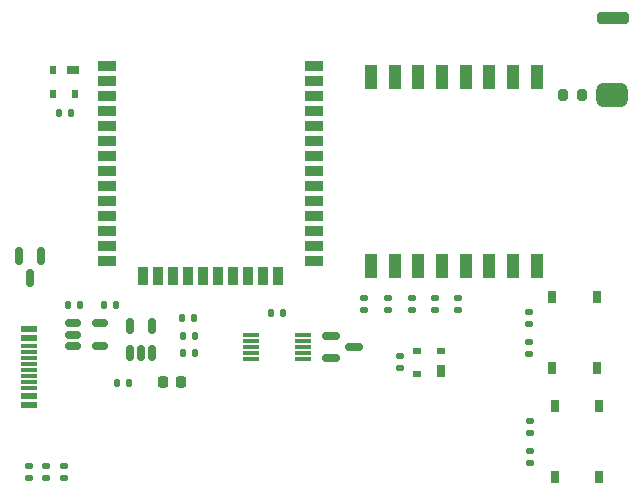
<source format=gtp>
G04 #@! TF.GenerationSoftware,KiCad,Pcbnew,(7.0.0-0)*
G04 #@! TF.CreationDate,2023-03-01T12:49:35+00:00*
G04 #@! TF.ProjectId,winch-link,77696e63-682d-46c6-996e-6b2e6b696361,rev?*
G04 #@! TF.SameCoordinates,Original*
G04 #@! TF.FileFunction,Paste,Top*
G04 #@! TF.FilePolarity,Positive*
%FSLAX46Y46*%
G04 Gerber Fmt 4.6, Leading zero omitted, Abs format (unit mm)*
G04 Created by KiCad (PCBNEW (7.0.0-0)) date 2023-03-01 12:49:35*
%MOMM*%
%LPD*%
G01*
G04 APERTURE LIST*
G04 Aperture macros list*
%AMRoundRect*
0 Rectangle with rounded corners*
0 $1 Rounding radius*
0 $2 $3 $4 $5 $6 $7 $8 $9 X,Y pos of 4 corners*
0 Add a 4 corners polygon primitive as box body*
4,1,4,$2,$3,$4,$5,$6,$7,$8,$9,$2,$3,0*
0 Add four circle primitives for the rounded corners*
1,1,$1+$1,$2,$3*
1,1,$1+$1,$4,$5*
1,1,$1+$1,$6,$7*
1,1,$1+$1,$8,$9*
0 Add four rect primitives between the rounded corners*
20,1,$1+$1,$2,$3,$4,$5,0*
20,1,$1+$1,$4,$5,$6,$7,0*
20,1,$1+$1,$6,$7,$8,$9,0*
20,1,$1+$1,$8,$9,$2,$3,0*%
G04 Aperture macros list end*
%ADD10R,1.000000X2.000000*%
%ADD11R,1.400000X0.300000*%
%ADD12RoundRect,0.135000X-0.185000X0.135000X-0.185000X-0.135000X0.185000X-0.135000X0.185000X0.135000X0*%
%ADD13RoundRect,0.135000X0.185000X-0.135000X0.185000X0.135000X-0.185000X0.135000X-0.185000X-0.135000X0*%
%ADD14RoundRect,0.248355X-1.108073X-0.248355X1.108073X-0.248355X1.108073X0.248355X-1.108073X0.248355X0*%
%ADD15RoundRect,0.500000X-0.821500X-0.500000X0.821500X-0.500000X0.821500X0.500000X-0.821500X0.500000X0*%
%ADD16RoundRect,0.135000X0.135000X0.185000X-0.135000X0.185000X-0.135000X-0.185000X0.135000X-0.185000X0*%
%ADD17R,0.750000X1.000000*%
%ADD18R,0.700000X1.000000*%
%ADD19R,0.700000X0.600000*%
%ADD20RoundRect,0.218750X-0.218750X-0.256250X0.218750X-0.256250X0.218750X0.256250X-0.218750X0.256250X0*%
%ADD21RoundRect,0.135000X-0.135000X-0.185000X0.135000X-0.185000X0.135000X0.185000X-0.135000X0.185000X0*%
%ADD22R,1.500000X0.900000*%
%ADD23R,0.900000X1.500000*%
%ADD24RoundRect,0.200000X-0.200000X-0.275000X0.200000X-0.275000X0.200000X0.275000X-0.200000X0.275000X0*%
%ADD25RoundRect,0.150000X0.150000X-0.512500X0.150000X0.512500X-0.150000X0.512500X-0.150000X-0.512500X0*%
%ADD26RoundRect,0.150000X-0.512500X-0.150000X0.512500X-0.150000X0.512500X0.150000X-0.512500X0.150000X0*%
%ADD27RoundRect,0.150000X-0.150000X0.587500X-0.150000X-0.587500X0.150000X-0.587500X0.150000X0.587500X0*%
%ADD28R,1.000000X0.700000*%
%ADD29R,0.600000X0.700000*%
%ADD30R,1.450000X0.600000*%
%ADD31R,1.450000X0.300000*%
%ADD32RoundRect,0.150000X-0.587500X-0.150000X0.587500X-0.150000X0.587500X0.150000X-0.587500X0.150000X0*%
G04 APERTURE END LIST*
D10*
X144378679Y-107428576D03*
X146378679Y-107428576D03*
X148378679Y-107428576D03*
X150378679Y-107428576D03*
X152378679Y-107428576D03*
X154378679Y-107428576D03*
X156378679Y-107428576D03*
X158378679Y-107428576D03*
X158378679Y-91428576D03*
X156378679Y-91428576D03*
X154378679Y-91428576D03*
X152378679Y-91428576D03*
X150378679Y-91428576D03*
X148378679Y-91428576D03*
X146378679Y-91428576D03*
X144378679Y-91428576D03*
D11*
X134184278Y-113281035D03*
X134184278Y-113781035D03*
X134184278Y-114281035D03*
X134184278Y-114781035D03*
X134184278Y-115281035D03*
X138584278Y-115281035D03*
X138584278Y-114781035D03*
X138584278Y-114281035D03*
X138584278Y-113781035D03*
X138584278Y-113281035D03*
D12*
X151738967Y-110155922D03*
X151738967Y-111175922D03*
D13*
X147804194Y-111175922D03*
X147804194Y-110155922D03*
X157814302Y-124105439D03*
X157814302Y-123085439D03*
X157814302Y-121605439D03*
X157814302Y-120585439D03*
D14*
X164817293Y-86427869D03*
D15*
X164752965Y-92925699D03*
D13*
X157700803Y-112354517D03*
X157700803Y-111334517D03*
D16*
X136888680Y-111378680D03*
X135868680Y-111378680D03*
D17*
X163459571Y-110065862D03*
X163459571Y-116065862D03*
X159709571Y-110065862D03*
X159709571Y-116065862D03*
D18*
X150281054Y-116358981D03*
D19*
X150281054Y-114658981D03*
X148281054Y-114658981D03*
X148281054Y-116558981D03*
D17*
X163673828Y-119326762D03*
X163673828Y-125326762D03*
X159923828Y-119326762D03*
X159923828Y-125326762D03*
D13*
X143804194Y-111175922D03*
X143804194Y-110155922D03*
D12*
X116878680Y-124355121D03*
X116878680Y-125375121D03*
D20*
X126712500Y-117250000D03*
X128287500Y-117250000D03*
D21*
X121740000Y-110750000D03*
X122760000Y-110750000D03*
D16*
X123878680Y-117378680D03*
X122858680Y-117378680D03*
D22*
X121999999Y-90489999D03*
X121999999Y-91759999D03*
X121999999Y-93029999D03*
X121999999Y-94299999D03*
X121999999Y-95569999D03*
X121999999Y-96839999D03*
X121999999Y-98109999D03*
X121999999Y-99379999D03*
X121999999Y-100649999D03*
X121999999Y-101919999D03*
X121999999Y-103189999D03*
X121999999Y-104459999D03*
X121999999Y-105729999D03*
X121999999Y-106999999D03*
D23*
X125039999Y-108249999D03*
X126309999Y-108249999D03*
X127579999Y-108249999D03*
X128849999Y-108249999D03*
X130119999Y-108249999D03*
X131389999Y-108249999D03*
X132659999Y-108249999D03*
X133929999Y-108249999D03*
X135199999Y-108249999D03*
X136469999Y-108249999D03*
D22*
X139499999Y-106999999D03*
X139499999Y-105729999D03*
X139499999Y-104459999D03*
X139499999Y-103189999D03*
X139499999Y-101919999D03*
X139499999Y-100649999D03*
X139499999Y-99379999D03*
X139499999Y-98109999D03*
X139499999Y-96839999D03*
X139499999Y-95569999D03*
X139499999Y-94299999D03*
X139499999Y-93029999D03*
X139499999Y-91759999D03*
X139499999Y-90489999D03*
D16*
X129493209Y-114831082D03*
X128473209Y-114831082D03*
D13*
X149804194Y-111175922D03*
X149804194Y-110155922D03*
D21*
X128473209Y-113378680D03*
X129493209Y-113378680D03*
X118740000Y-110750000D03*
X119760000Y-110750000D03*
D13*
X157700803Y-114854517D03*
X157700803Y-113834517D03*
D16*
X129398680Y-111878680D03*
X128378680Y-111878680D03*
D24*
X160600000Y-93000000D03*
X162250000Y-93000000D03*
D25*
X123930556Y-114816642D03*
X124880556Y-114816642D03*
X125830556Y-114816642D03*
X125830556Y-112541642D03*
X123930556Y-112541642D03*
D21*
X117971849Y-94510000D03*
X118991849Y-94510000D03*
D13*
X145804194Y-111175922D03*
X145804194Y-110155922D03*
D26*
X119112500Y-112300000D03*
X119112500Y-113250000D03*
X119112500Y-114200000D03*
X121387500Y-114200000D03*
X121387500Y-112300000D03*
D13*
X118378680Y-125378680D03*
X118378680Y-124358680D03*
D27*
X116450000Y-106562500D03*
X114550000Y-106562500D03*
X115500000Y-108437500D03*
D28*
X119128679Y-90878679D03*
D29*
X117428679Y-90878679D03*
X117428679Y-92878679D03*
X119328679Y-92878679D03*
D30*
X115378679Y-112735516D03*
X115378679Y-113535516D03*
D31*
X115378679Y-114735516D03*
X115378679Y-115735516D03*
X115378679Y-116235516D03*
X115378679Y-117235516D03*
D30*
X115378679Y-118435516D03*
X115378679Y-119235516D03*
X115378679Y-119235516D03*
X115378679Y-118435516D03*
D31*
X115378679Y-117735516D03*
X115378679Y-116735516D03*
X115378679Y-115235516D03*
X115378679Y-114235516D03*
D30*
X115378679Y-113535516D03*
X115378679Y-112735516D03*
D12*
X115378680Y-124339013D03*
X115378680Y-125359013D03*
D32*
X141009279Y-113331036D03*
X141009279Y-115231036D03*
X142884279Y-114281036D03*
D12*
X146781055Y-115088982D03*
X146781055Y-116108982D03*
M02*

</source>
